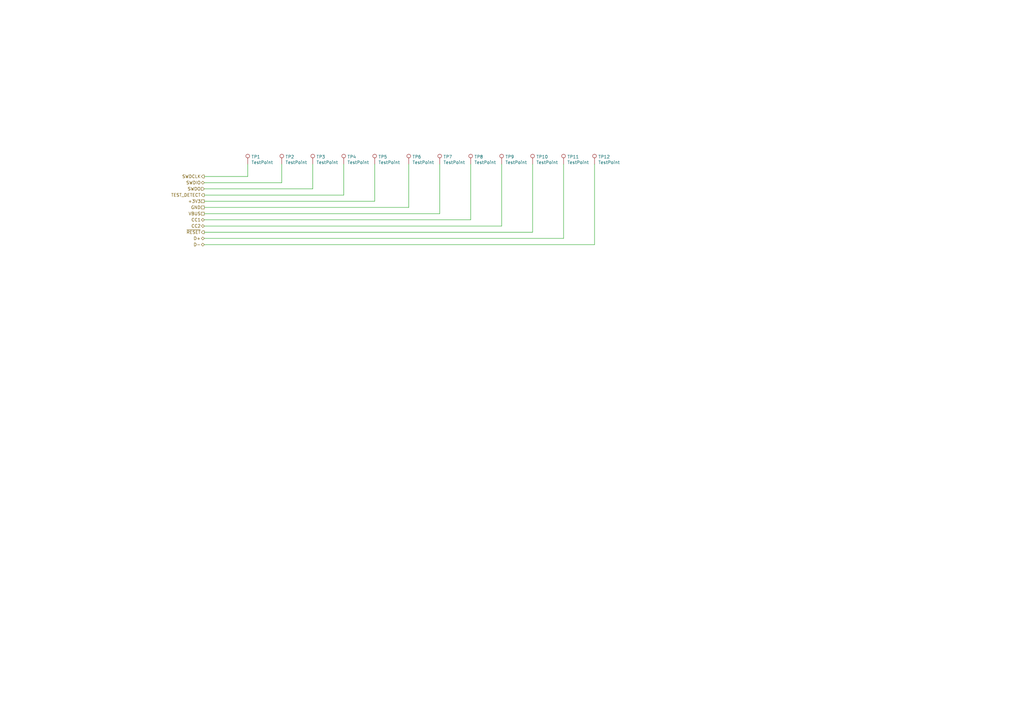
<source format=kicad_sch>
(kicad_sch (version 20211123) (generator eeschema)
  (paper "A3")
  (lib_symbols
    (symbol "Connector:TestPoint" (pin_numbers hide) (pin_names (offset 0.762) hide)
      (property "Reference" "TP" (at 0 6.858 0))
      (property "Value" "TestPoint" (at 0 5.08 0))
      (symbol "TestPoint_0_1"
        (circle (center 0 3.302) (radius 0.762))
      )
      (symbol "TestPoint_1_1"
        (pin passive line (at 0 0 90) (length 2.54) (name "1") (number "1"))
      )
    )
  )
  (wire (pts (xy 167.64 85.09) (xy 167.64 67.31)))
  (wire (pts (xy 180.34 87.63) (xy 180.34 67.31)))
  (wire (pts (xy 193.04 90.17) (xy 193.04 67.31)))
  (wire (pts (xy 83.82 74.93) (xy 115.57 74.93)))
  (wire (pts (xy 231.14 97.79) (xy 83.82 97.79)))
  (wire (pts (xy 205.74 67.31) (xy 205.74 92.71)))
  (wire (pts (xy 83.82 85.09) (xy 167.64 85.09)))
  (wire (pts (xy 140.97 80.01) (xy 140.97 67.31)))
  (wire (pts (xy 153.67 82.55) (xy 153.67 67.31)))
  (wire (pts (xy 83.82 82.55) (xy 153.67 82.55)))
  (wire (pts (xy 101.6 72.39) (xy 101.6 67.31)))
  (wire (pts (xy 205.74 92.71) (xy 83.82 92.71)))
  (wire (pts (xy 243.84 100.33) (xy 83.82 100.33)))
  (wire (pts (xy 243.84 67.31) (xy 243.84 100.33)))
  (wire (pts (xy 218.44 67.31) (xy 218.44 95.25)))
  (wire (pts (xy 128.27 77.47) (xy 128.27 67.31)))
  (wire (pts (xy 115.57 74.93) (xy 115.57 67.31)))
  (wire (pts (xy 83.82 80.01) (xy 140.97 80.01)))
  (wire (pts (xy 231.14 67.31) (xy 231.14 97.79)))
  (wire (pts (xy 83.82 77.47) (xy 128.27 77.47)))
  (wire (pts (xy 83.82 90.17) (xy 193.04 90.17)))
  (wire (pts (xy 83.82 87.63) (xy 180.34 87.63)))
  (wire (pts (xy 218.44 95.25) (xy 83.82 95.25)))
  (wire (pts (xy 83.82 72.39) (xy 101.6 72.39)))
  (hierarchical_label "CC1" (shape bidirectional) (at 83.82 90.17 180))
  (hierarchical_label "D-" (shape bidirectional) (at 83.82 100.33 180))
  (hierarchical_label "SWDCLK" (shape output) (at 83.82 72.39 180))
  (hierarchical_label "CC2" (shape bidirectional) (at 83.82 92.71 180))
  (hierarchical_label "SWDIO" (shape bidirectional) (at 83.82 74.93 180))
  (hierarchical_label "+3V3" (shape passive) (at 83.82 82.55 180))
  (hierarchical_label "VBUS" (shape passive) (at 83.82 87.63 180))
  (hierarchical_label "SWDO" (shape input) (at 83.82 77.47 180))
  (hierarchical_label "~{RESET}" (shape output) (at 83.82 95.25 180))
  (hierarchical_label "GND" (shape passive) (at 83.82 85.09 180))
  (hierarchical_label "TEST_DETECT" (shape output) (at 83.82 80.01 180))
  (hierarchical_label "D+" (shape bidirectional) (at 83.82 97.79 180))
  (symbol (lib_id "Connector:TestPoint") (at 218.44 67.31 0) (unit 1)
    (property "Reference" "TP10" (at 219.9132 64.3128 0) (effects (justify left)))
    (property "Value" "TestPoint" (at 219.9132 66.6242 0) (effects (justify left)))
    (property "Footprint" "TestPoint:TestPoint_Pad_D1.5mm" (effects hide))
  )
  (symbol (lib_id "Connector:TestPoint") (at 231.14 67.31 0) (unit 1)
    (property "Reference" "TP11" (at 232.6132 64.3128 0) (effects (justify left)))
    (property "Value" "TestPoint" (at 232.6132 66.6242 0) (effects (justify left)))
    (property "Footprint" "TestPoint:TestPoint_Pad_D1.5mm" (effects hide))
  )
  (symbol (lib_id "Connector:TestPoint") (at 243.84 67.31 0) (unit 1)
    (property "Reference" "TP12" (at 245.3132 64.3128 0) (effects (justify left)))
    (property "Value" "TestPoint" (at 245.3132 66.6242 0) (effects (justify left)))
    (property "Footprint" "TestPoint:TestPoint_Pad_D1.5mm" (effects hide))
  )
  (symbol (lib_id "Connector:TestPoint") (at 101.6 67.31 0) (unit 1)
    (property "Reference" "TP1" (at 103.0732 64.3128 0) (effects (justify left)))
    (property "Value" "TestPoint" (at 103.0732 66.6242 0) (effects (justify left)))
    (property "Footprint" "TestPoint:TestPoint_Pad_D1.5mm" (effects hide))
  )
  (symbol (lib_id "Connector:TestPoint") (at 115.57 67.31 0) (unit 1)
    (property "Reference" "TP2" (at 117.0432 64.3128 0) (effects (justify left)))
    (property "Value" "TestPoint" (at 117.0432 66.6242 0) (effects (justify left)))
    (property "Footprint" "TestPoint:TestPoint_Pad_D1.5mm" (effects hide))
  )
  (symbol (lib_id "Connector:TestPoint") (at 128.27 67.31 0) (unit 1)
    (property "Reference" "TP3" (at 129.7432 64.3128 0) (effects (justify left)))
    (property "Value" "TestPoint" (at 129.7432 66.6242 0) (effects (justify left)))
    (property "Footprint" "TestPoint:TestPoint_Pad_D1.5mm" (effects hide))
  )
  (symbol (lib_id "Connector:TestPoint") (at 140.97 67.31 0) (unit 1)
    (property "Reference" "TP4" (at 142.4432 64.3128 0) (effects (justify left)))
    (property "Value" "TestPoint" (at 142.4432 66.6242 0) (effects (justify left)))
    (property "Footprint" "TestPoint:TestPoint_Pad_D1.5mm" (effects hide))
  )
  (symbol (lib_id "Connector:TestPoint") (at 153.67 67.31 0) (unit 1)
    (property "Reference" "TP5" (at 155.1432 64.3128 0) (effects (justify left)))
    (property "Value" "TestPoint" (at 155.1432 66.6242 0) (effects (justify left)))
    (property "Footprint" "TestPoint:TestPoint_Pad_D1.5mm" (effects hide))
  )
  (symbol (lib_id "Connector:TestPoint") (at 167.64 67.31 0) (unit 1)
    (property "Reference" "TP6" (at 169.1132 64.3128 0) (effects (justify left)))
    (property "Value" "TestPoint" (at 169.1132 66.6242 0) (effects (justify left)))
    (property "Footprint" "TestPoint:TestPoint_Pad_D1.5mm" (effects hide))
  )
  (symbol (lib_id "Connector:TestPoint") (at 180.34 67.31 0) (unit 1)
    (property "Reference" "TP7" (at 181.8132 64.3128 0) (effects (justify left)))
    (property "Value" "TestPoint" (at 181.8132 66.6242 0) (effects (justify left)))
    (property "Footprint" "TestPoint:TestPoint_Pad_D1.5mm" (effects hide))
  )
  (symbol (lib_id "Connector:TestPoint") (at 193.04 67.31 0) (unit 1)
    (property "Reference" "TP8" (at 194.5132 64.3128 0) (effects (justify left)))
    (property "Value" "TestPoint" (at 194.5132 66.6242 0) (effects (justify left)))
    (property "Footprint" "TestPoint:TestPoint_Pad_D1.5mm" (effects hide))
  )
  (symbol (lib_id "Connector:TestPoint") (at 205.74 67.31 0) (unit 1)
    (property "Reference" "TP9" (at 207.2132 64.3128 0) (effects (justify left)))
    (property "Value" "TestPoint" (at 207.2132 66.6242 0) (effects (justify left)))
    (property "Footprint" "TestPoint:TestPoint_Pad_D1.5mm" (effects hide))
  )
)
</source>
